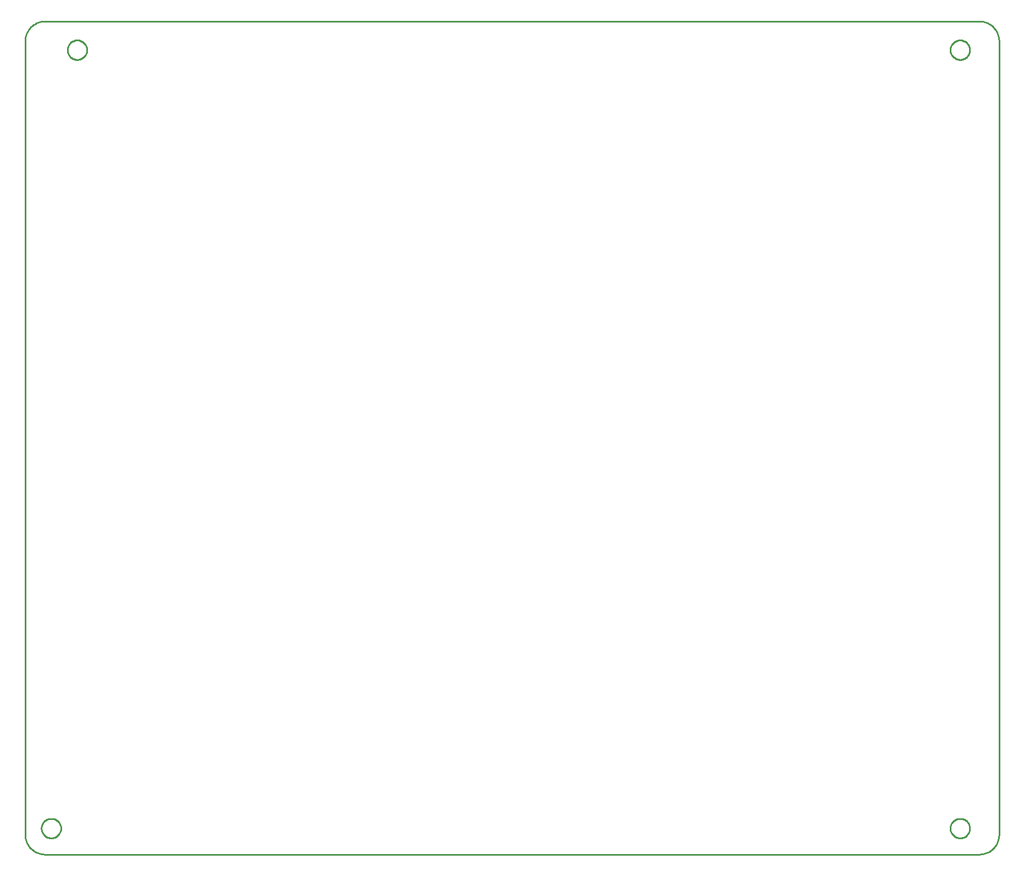
<source format=gbr>
G04 EAGLE Gerber RS-274X export*
G75*
%MOMM*%
%FSLAX34Y34*%
%LPD*%
%IN*%
%IPPOS*%
%AMOC8*
5,1,8,0,0,1.08239X$1,22.5*%
G01*
%ADD10C,0.254000*%


D10*
X11362Y33700D02*
X11476Y31085D01*
X11818Y28491D01*
X12384Y25935D01*
X13171Y23439D01*
X14173Y21021D01*
X15381Y18700D01*
X16787Y16493D01*
X18381Y14416D01*
X20149Y12487D01*
X22078Y10719D01*
X24155Y9125D01*
X26362Y7719D01*
X28683Y6511D01*
X31101Y5509D01*
X33597Y4722D01*
X36153Y4156D01*
X38747Y3814D01*
X41362Y3700D01*
X1481362Y3700D01*
X1483977Y3814D01*
X1486571Y4156D01*
X1489127Y4722D01*
X1491623Y5509D01*
X1494041Y6511D01*
X1496362Y7719D01*
X1498569Y9125D01*
X1500646Y10719D01*
X1502575Y12487D01*
X1504343Y14416D01*
X1505937Y16493D01*
X1507343Y18700D01*
X1508551Y21021D01*
X1509553Y23439D01*
X1510340Y25935D01*
X1510906Y28491D01*
X1511248Y31085D01*
X1511362Y33700D01*
X1511362Y1257800D01*
X1511248Y1260415D01*
X1510906Y1263009D01*
X1510340Y1265565D01*
X1509553Y1268061D01*
X1508551Y1270479D01*
X1507343Y1272800D01*
X1505937Y1275007D01*
X1504343Y1277084D01*
X1502575Y1279013D01*
X1500646Y1280781D01*
X1498569Y1282375D01*
X1496362Y1283781D01*
X1494041Y1284989D01*
X1491623Y1285991D01*
X1489127Y1286778D01*
X1486571Y1287344D01*
X1483977Y1287686D01*
X1481362Y1287800D01*
X41362Y1287800D01*
X38747Y1287686D01*
X36153Y1287344D01*
X33597Y1286778D01*
X31101Y1285991D01*
X28683Y1284989D01*
X26362Y1283781D01*
X24155Y1282375D01*
X22078Y1280781D01*
X20149Y1279013D01*
X18381Y1277084D01*
X16787Y1275007D01*
X15381Y1272800D01*
X14173Y1270479D01*
X13171Y1268061D01*
X12384Y1265565D01*
X11818Y1263009D01*
X11476Y1260415D01*
X11362Y1257800D01*
X11362Y33700D01*
X1466362Y1243164D02*
X1466286Y1242096D01*
X1466133Y1241035D01*
X1465905Y1239988D01*
X1465603Y1238960D01*
X1465229Y1237956D01*
X1464784Y1236981D01*
X1464270Y1236041D01*
X1463691Y1235140D01*
X1463049Y1234282D01*
X1462347Y1233472D01*
X1461590Y1232715D01*
X1460780Y1232013D01*
X1459922Y1231371D01*
X1459021Y1230792D01*
X1458081Y1230278D01*
X1457106Y1229833D01*
X1456102Y1229459D01*
X1455074Y1229157D01*
X1454027Y1228929D01*
X1452966Y1228776D01*
X1451898Y1228700D01*
X1450826Y1228700D01*
X1449758Y1228776D01*
X1448697Y1228929D01*
X1447650Y1229157D01*
X1446622Y1229459D01*
X1445618Y1229833D01*
X1444643Y1230278D01*
X1443703Y1230792D01*
X1442802Y1231371D01*
X1441944Y1232013D01*
X1441134Y1232715D01*
X1440377Y1233472D01*
X1439675Y1234282D01*
X1439033Y1235140D01*
X1438454Y1236041D01*
X1437940Y1236981D01*
X1437495Y1237956D01*
X1437121Y1238960D01*
X1436819Y1239988D01*
X1436591Y1241035D01*
X1436438Y1242096D01*
X1436362Y1243164D01*
X1436362Y1244236D01*
X1436438Y1245304D01*
X1436591Y1246365D01*
X1436819Y1247412D01*
X1437121Y1248440D01*
X1437495Y1249444D01*
X1437940Y1250419D01*
X1438454Y1251359D01*
X1439033Y1252260D01*
X1439675Y1253118D01*
X1440377Y1253928D01*
X1441134Y1254685D01*
X1441944Y1255387D01*
X1442802Y1256029D01*
X1443703Y1256608D01*
X1444643Y1257122D01*
X1445618Y1257567D01*
X1446622Y1257941D01*
X1447650Y1258243D01*
X1448697Y1258471D01*
X1449758Y1258624D01*
X1450826Y1258700D01*
X1451898Y1258700D01*
X1452966Y1258624D01*
X1454027Y1258471D01*
X1455074Y1258243D01*
X1456102Y1257941D01*
X1457106Y1257567D01*
X1458081Y1257122D01*
X1459021Y1256608D01*
X1459922Y1256029D01*
X1460780Y1255387D01*
X1461590Y1254685D01*
X1462347Y1253928D01*
X1463049Y1253118D01*
X1463691Y1252260D01*
X1464270Y1251359D01*
X1464784Y1250419D01*
X1465229Y1249444D01*
X1465603Y1248440D01*
X1465905Y1247412D01*
X1466133Y1246365D01*
X1466286Y1245304D01*
X1466362Y1244236D01*
X1466362Y1243164D01*
X106362Y1243164D02*
X106286Y1242096D01*
X106133Y1241035D01*
X105905Y1239988D01*
X105603Y1238960D01*
X105229Y1237956D01*
X104784Y1236981D01*
X104270Y1236041D01*
X103691Y1235140D01*
X103049Y1234282D01*
X102347Y1233472D01*
X101590Y1232715D01*
X100780Y1232013D01*
X99922Y1231371D01*
X99021Y1230792D01*
X98081Y1230278D01*
X97106Y1229833D01*
X96102Y1229459D01*
X95074Y1229157D01*
X94027Y1228929D01*
X92966Y1228776D01*
X91898Y1228700D01*
X90826Y1228700D01*
X89758Y1228776D01*
X88697Y1228929D01*
X87650Y1229157D01*
X86622Y1229459D01*
X85618Y1229833D01*
X84643Y1230278D01*
X83703Y1230792D01*
X82802Y1231371D01*
X81944Y1232013D01*
X81134Y1232715D01*
X80377Y1233472D01*
X79675Y1234282D01*
X79033Y1235140D01*
X78454Y1236041D01*
X77940Y1236981D01*
X77495Y1237956D01*
X77121Y1238960D01*
X76819Y1239988D01*
X76591Y1241035D01*
X76438Y1242096D01*
X76362Y1243164D01*
X76362Y1244236D01*
X76438Y1245304D01*
X76591Y1246365D01*
X76819Y1247412D01*
X77121Y1248440D01*
X77495Y1249444D01*
X77940Y1250419D01*
X78454Y1251359D01*
X79033Y1252260D01*
X79675Y1253118D01*
X80377Y1253928D01*
X81134Y1254685D01*
X81944Y1255387D01*
X82802Y1256029D01*
X83703Y1256608D01*
X84643Y1257122D01*
X85618Y1257567D01*
X86622Y1257941D01*
X87650Y1258243D01*
X88697Y1258471D01*
X89758Y1258624D01*
X90826Y1258700D01*
X91898Y1258700D01*
X92966Y1258624D01*
X94027Y1258471D01*
X95074Y1258243D01*
X96102Y1257941D01*
X97106Y1257567D01*
X98081Y1257122D01*
X99021Y1256608D01*
X99922Y1256029D01*
X100780Y1255387D01*
X101590Y1254685D01*
X102347Y1253928D01*
X103049Y1253118D01*
X103691Y1252260D01*
X104270Y1251359D01*
X104784Y1250419D01*
X105229Y1249444D01*
X105603Y1248440D01*
X105905Y1247412D01*
X106133Y1246365D01*
X106286Y1245304D01*
X106362Y1244236D01*
X106362Y1243164D01*
X66362Y43164D02*
X66286Y42096D01*
X66133Y41035D01*
X65905Y39988D01*
X65603Y38960D01*
X65229Y37956D01*
X64784Y36981D01*
X64270Y36041D01*
X63691Y35140D01*
X63049Y34282D01*
X62347Y33472D01*
X61590Y32715D01*
X60780Y32013D01*
X59922Y31371D01*
X59021Y30792D01*
X58081Y30278D01*
X57106Y29833D01*
X56102Y29459D01*
X55074Y29157D01*
X54027Y28929D01*
X52966Y28776D01*
X51898Y28700D01*
X50826Y28700D01*
X49758Y28776D01*
X48697Y28929D01*
X47650Y29157D01*
X46622Y29459D01*
X45618Y29833D01*
X44643Y30278D01*
X43703Y30792D01*
X42802Y31371D01*
X41944Y32013D01*
X41134Y32715D01*
X40377Y33472D01*
X39675Y34282D01*
X39033Y35140D01*
X38454Y36041D01*
X37940Y36981D01*
X37495Y37956D01*
X37121Y38960D01*
X36819Y39988D01*
X36591Y41035D01*
X36438Y42096D01*
X36362Y43164D01*
X36362Y44236D01*
X36438Y45304D01*
X36591Y46365D01*
X36819Y47412D01*
X37121Y48440D01*
X37495Y49444D01*
X37940Y50419D01*
X38454Y51359D01*
X39033Y52260D01*
X39675Y53118D01*
X40377Y53928D01*
X41134Y54685D01*
X41944Y55387D01*
X42802Y56029D01*
X43703Y56608D01*
X44643Y57122D01*
X45618Y57567D01*
X46622Y57941D01*
X47650Y58243D01*
X48697Y58471D01*
X49758Y58624D01*
X50826Y58700D01*
X51898Y58700D01*
X52966Y58624D01*
X54027Y58471D01*
X55074Y58243D01*
X56102Y57941D01*
X57106Y57567D01*
X58081Y57122D01*
X59021Y56608D01*
X59922Y56029D01*
X60780Y55387D01*
X61590Y54685D01*
X62347Y53928D01*
X63049Y53118D01*
X63691Y52260D01*
X64270Y51359D01*
X64784Y50419D01*
X65229Y49444D01*
X65603Y48440D01*
X65905Y47412D01*
X66133Y46365D01*
X66286Y45304D01*
X66362Y44236D01*
X66362Y43164D01*
X1466362Y43164D02*
X1466286Y42096D01*
X1466133Y41035D01*
X1465905Y39988D01*
X1465603Y38960D01*
X1465229Y37956D01*
X1464784Y36981D01*
X1464270Y36041D01*
X1463691Y35140D01*
X1463049Y34282D01*
X1462347Y33472D01*
X1461590Y32715D01*
X1460780Y32013D01*
X1459922Y31371D01*
X1459021Y30792D01*
X1458081Y30278D01*
X1457106Y29833D01*
X1456102Y29459D01*
X1455074Y29157D01*
X1454027Y28929D01*
X1452966Y28776D01*
X1451898Y28700D01*
X1450826Y28700D01*
X1449758Y28776D01*
X1448697Y28929D01*
X1447650Y29157D01*
X1446622Y29459D01*
X1445618Y29833D01*
X1444643Y30278D01*
X1443703Y30792D01*
X1442802Y31371D01*
X1441944Y32013D01*
X1441134Y32715D01*
X1440377Y33472D01*
X1439675Y34282D01*
X1439033Y35140D01*
X1438454Y36041D01*
X1437940Y36981D01*
X1437495Y37956D01*
X1437121Y38960D01*
X1436819Y39988D01*
X1436591Y41035D01*
X1436438Y42096D01*
X1436362Y43164D01*
X1436362Y44236D01*
X1436438Y45304D01*
X1436591Y46365D01*
X1436819Y47412D01*
X1437121Y48440D01*
X1437495Y49444D01*
X1437940Y50419D01*
X1438454Y51359D01*
X1439033Y52260D01*
X1439675Y53118D01*
X1440377Y53928D01*
X1441134Y54685D01*
X1441944Y55387D01*
X1442802Y56029D01*
X1443703Y56608D01*
X1444643Y57122D01*
X1445618Y57567D01*
X1446622Y57941D01*
X1447650Y58243D01*
X1448697Y58471D01*
X1449758Y58624D01*
X1450826Y58700D01*
X1451898Y58700D01*
X1452966Y58624D01*
X1454027Y58471D01*
X1455074Y58243D01*
X1456102Y57941D01*
X1457106Y57567D01*
X1458081Y57122D01*
X1459021Y56608D01*
X1459922Y56029D01*
X1460780Y55387D01*
X1461590Y54685D01*
X1462347Y53928D01*
X1463049Y53118D01*
X1463691Y52260D01*
X1464270Y51359D01*
X1464784Y50419D01*
X1465229Y49444D01*
X1465603Y48440D01*
X1465905Y47412D01*
X1466133Y46365D01*
X1466286Y45304D01*
X1466362Y44236D01*
X1466362Y43164D01*
M02*

</source>
